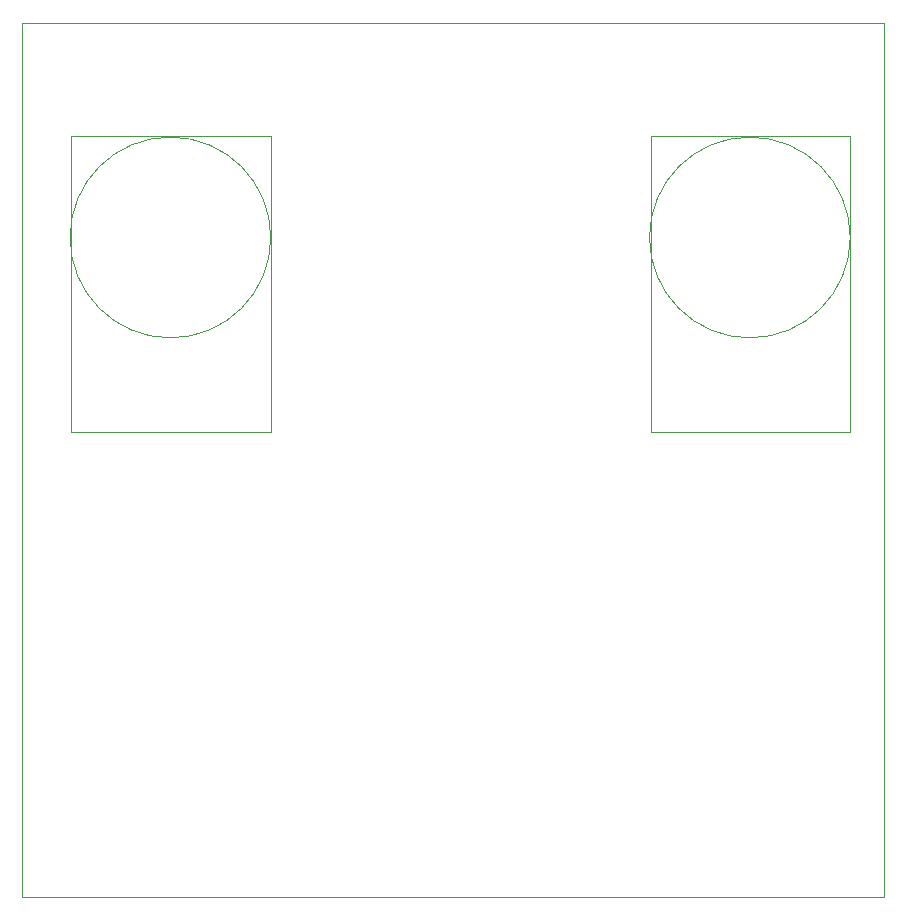
<source format=gbr>
%TF.GenerationSoftware,KiCad,Pcbnew,(5.1.10-1-10_14)*%
%TF.CreationDate,2021-12-12T22:41:03-05:00*%
%TF.ProjectId,Valve Wizard Cab Sim,56616c76-6520-4576-997a-617264204361,rev?*%
%TF.SameCoordinates,Original*%
%TF.FileFunction,Other,Fab,Bot*%
%FSLAX46Y46*%
G04 Gerber Fmt 4.6, Leading zero omitted, Abs format (unit mm)*
G04 Created by KiCad (PCBNEW (5.1.10-1-10_14)) date 2021-12-12 22:41:03*
%MOMM*%
%LPD*%
G01*
G04 APERTURE LIST*
%TA.AperFunction,Profile*%
%ADD10C,0.100000*%
%TD*%
%ADD11C,0.100000*%
G04 APERTURE END LIST*
D10*
X112000000Y-57000000D02*
X112000000Y-131000000D01*
X39000000Y-57000000D02*
X112000000Y-57000000D01*
X39000000Y-131000000D02*
X39000000Y-57000000D01*
X112000000Y-131000000D02*
X39000000Y-131000000D01*
D11*
%TO.C,RV2*%
X92210000Y-66600000D02*
X109110000Y-66600000D01*
X92210000Y-91700000D02*
X92210000Y-66600000D01*
X109110000Y-91700000D02*
X92210000Y-91700000D01*
X109110000Y-66600000D02*
X109110000Y-91700000D01*
X109110000Y-75200000D02*
G75*
G03*
X109110000Y-75200000I-8500000J0D01*
G01*
%TO.C,RV1*%
X43150000Y-66600000D02*
X60050000Y-66600000D01*
X43150000Y-91700000D02*
X43150000Y-66600000D01*
X60050000Y-91700000D02*
X43150000Y-91700000D01*
X60050000Y-66600000D02*
X60050000Y-91700000D01*
X60050000Y-75200000D02*
G75*
G03*
X60050000Y-75200000I-8500000J0D01*
G01*
%TD*%
M02*

</source>
